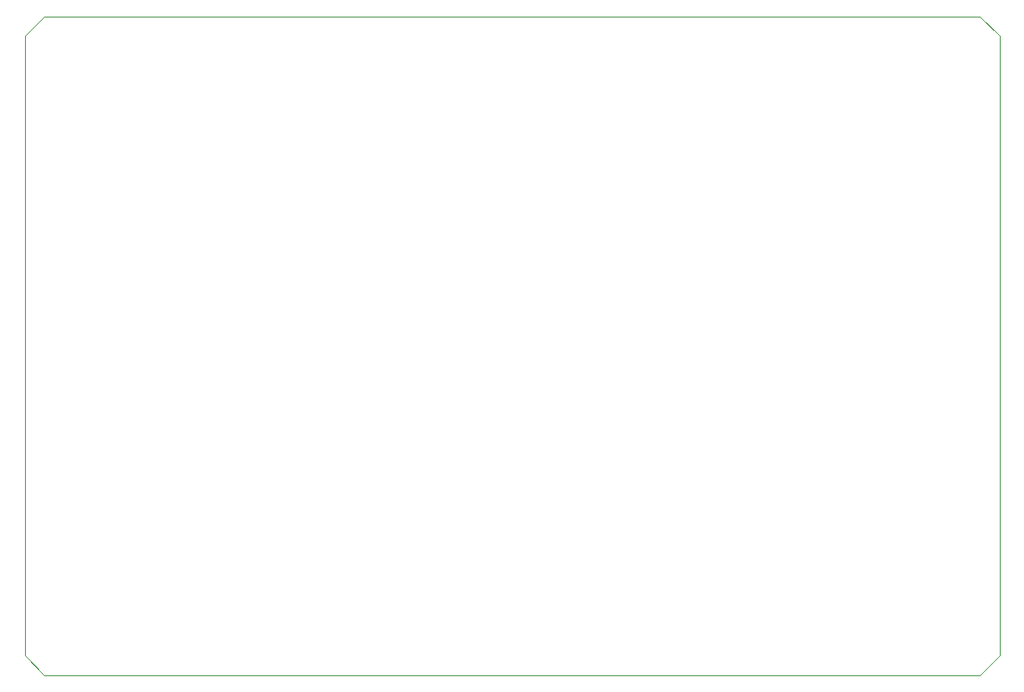
<source format=gm1>
%TF.GenerationSoftware,KiCad,Pcbnew,(5.99.0-11737-gca42f31bb5)*%
%TF.CreationDate,2021-09-24T22:35:01+02:00*%
%TF.ProjectId,Drucksensor,44727563-6b73-4656-9e73-6f722e6b6963,rev?*%
%TF.SameCoordinates,Original*%
%TF.FileFunction,Profile,NP*%
%FSLAX46Y46*%
G04 Gerber Fmt 4.6, Leading zero omitted, Abs format (unit mm)*
G04 Created by KiCad (PCBNEW (5.99.0-11737-gca42f31bb5)) date 2021-09-24 22:35:01*
%MOMM*%
%LPD*%
G01*
G04 APERTURE LIST*
%TA.AperFunction,Profile*%
%ADD10C,0.050000*%
%TD*%
G04 APERTURE END LIST*
D10*
X56000000Y-83000000D02*
X56000000Y-20000000D01*
X155000000Y-20000000D02*
X155000000Y-83000000D01*
X153000000Y-18000000D02*
X155000000Y-20000000D01*
X155000000Y-83000000D02*
X153000000Y-85000000D01*
X153000000Y-85000000D02*
X58000000Y-85000000D01*
X58000000Y-85000000D02*
X56000000Y-83000000D01*
X56000000Y-20000000D02*
X58000000Y-18000000D01*
X58000000Y-18000000D02*
X153000000Y-18000000D01*
M02*

</source>
